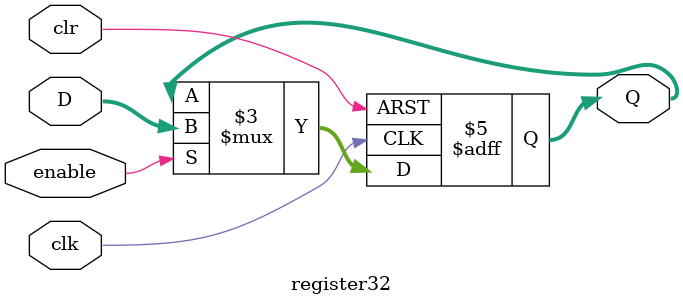
<source format=v>

   

module register32 (Q, D, clr, clk, enable);
  output reg [63:0] Q;
  input [63:0] D;
  input clr, clk, enable;
  
  always @(posedge clk or negedge clr)
  begin
    if (clr == 0)
      Q <= 0;
    else if (enable)
      Q <= D;
   end
endmodule   //register64

</source>
